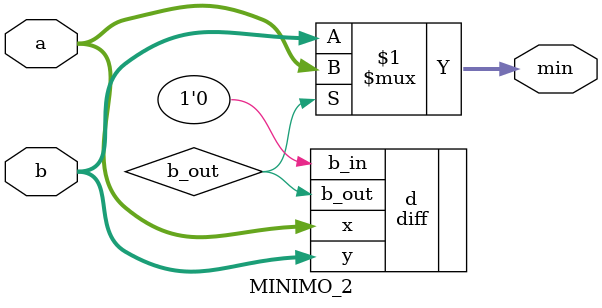
<source format=v>
module ABC(
    x1, x2, x3,
    eoc1, eoc2, eoc3,
    soc,
    min,
    rfd, dav_,
    clock, reset_
);
    input [7:0] x1, x2, x3;
    input eoc1, eoc2, eoc3;
    output soc;
    
    output [7:0] min;
    input rfd;
    output dav_;
    
    input clock, reset_;

    reg SOC;
    assign soc = SOC;

    reg [7:0] MIN;
    assign min = MIN;

    reg DAV_;
    assign dav_ = DAV_;

    reg [3:0] STAR;
    localparam 
        S0 = 0,
        S1 = 1,
        S2 = 2,
        S3 = 3,
        S4 = 4,
        S5 = 5;

    wire [7:0] out_rc;
    MINIMO_3 m3(
        .a(x1), .b(x2), .c(x3),
        .min(out_rc)
    );

    //  Handshake soc/eoc
    // eoc = 1, soc = 0
    // comincia il consumatore: soc = 1
    // risponde il produttore: eoc = 0
    // ack del consumatore: soc = 0
    // risposta del produttore: eoc = 1
    // segnala nuovo dato valido, deve essere valido PRIMA di eoc = 1

    //  Handshake soc/eoc DAL PUNTO DI VISTA DEL CONSUMATORE
    //  @reset soc = 0
    //  soc = 1
    //  ATTENDO eoc = 0
    //  soc = 0
    //  ATTENDO eoc = 1, quando succede il dato è valido

    //  Handshake dav_/rfd
    //   - A riposo: `dav_ = 1`, `rfd = 1`.
    //   - Comincia il produttore: `dav_ = 0`. Questo segnala che il dato è valido.
    //   - ACK del consumatore: `rfd = 0`. Questo segnala che il dato è stato letto.
    //   - Reset del produttore: `dav_ = 1`.
    //   - Reset del consumatore: `rfd = 1`.

    //  Handshake dav_/rfd DAL PUNTO DI VISTA DEL PRODUTTORE
    //  @reset dav_ = 1
    //  assegno MIN
    //  dav_ = 0
    //  ATTENDO rfd = 0
    //  dav_ = 1
    //  ATTENDO rfd = 1
    
    always @(reset_ == 0) begin
        DAV_ = 1;
        SOC = 0;
        STAR = S0;
    end

    always @(posedge clock) if(reset_ == 1) #3 begin
        casex (STAR)
            S0: begin
                SOC <= 1;
                STAR <= ({eoc3, eoc2, eoc1} == 3'b000) ? S1 : S0;
            end
            S1: begin
                MIN <= out_rc;
                SOC <= 0;
                STAR <= ({eoc3, eoc2, eoc1} == 3'b111) ? S2 : S1;
            end
            S2: begin
                DAV_ <= 0;
                STAR <= (rfd == 0) ? S3 : S2;
            end
            S3: begin
                DAV_ <= 1;
                STAR <= (rfd == 1) ? S0 : S3;
            end
        endcase
    end

endmodule

// module MINIMO_3(
//     a, b, c,
//     min
// );
//     input [7:0] a, b, c;
//     output [7:0] min;

//     assign #1 min = ( a < b ) ?
//         ((a < c) ? a : c) :
//         ((b < c) ? b : c) ;

// endmodule

// min(a, b, c) = min( min(a, b), c)

module MINIMO_3(
    a, b, c,
    min
);
    input [7:0] a, b, c;
    output [7:0] min;

    wire [7:0] min_ab;
    MINIMO_2 m1(
        .a(a), .b(b),
        .min(min_ab)
    );

    MINIMO_2 m2(
        .a(min_ab), .b(c),
        .min(min)
    );

endmodule

module MINIMO_2(
    a, b,
    min
);
    input [7:0] a, b;
    output [7:0] min;

    wire b_out;
    diff #( .N(8) ) d(
        .x(a), .y(b), .b_in(1'b0),
        .b_out(b_out)
    );

    // b_out = 1 => a < b
    assign #1 min = b_out ? a : b;

endmodule

</source>
